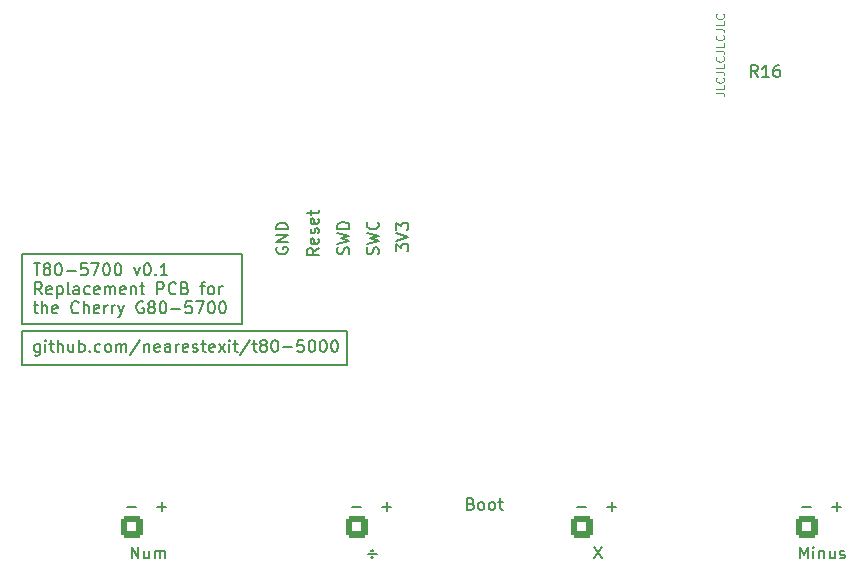
<source format=gbr>
%TF.GenerationSoftware,KiCad,Pcbnew,8.0.2*%
%TF.CreationDate,2024-11-08T17:23:40-08:00*%
%TF.ProjectId,gh80-5700,67683830-2d35-4373-9030-2e6b69636164,rev?*%
%TF.SameCoordinates,Original*%
%TF.FileFunction,Legend,Top*%
%TF.FilePolarity,Positive*%
%FSLAX46Y46*%
G04 Gerber Fmt 4.6, Leading zero omitted, Abs format (unit mm)*
G04 Created by KiCad (PCBNEW 8.0.2) date 2024-11-08 17:23:40*
%MOMM*%
%LPD*%
G01*
G04 APERTURE LIST*
G04 Aperture macros list*
%AMRoundRect*
0 Rectangle with rounded corners*
0 $1 Rounding radius*
0 $2 $3 $4 $5 $6 $7 $8 $9 X,Y pos of 4 corners*
0 Add a 4 corners polygon primitive as box body*
4,1,4,$2,$3,$4,$5,$6,$7,$8,$9,$2,$3,0*
0 Add four circle primitives for the rounded corners*
1,1,$1+$1,$2,$3*
1,1,$1+$1,$4,$5*
1,1,$1+$1,$6,$7*
1,1,$1+$1,$8,$9*
0 Add four rect primitives between the rounded corners*
20,1,$1+$1,$2,$3,$4,$5,0*
20,1,$1+$1,$4,$5,$6,$7,0*
20,1,$1+$1,$6,$7,$8,$9,0*
20,1,$1+$1,$8,$9,$2,$3,0*%
G04 Aperture macros list end*
%ADD10C,0.150000*%
%ADD11C,0.200000*%
%ADD12C,0.100000*%
%ADD13C,1.750000*%
%ADD14C,3.987800*%
%ADD15R,1.700000X1.700000*%
%ADD16O,1.700000X1.700000*%
%ADD17RoundRect,0.285750X0.666750X0.666750X-0.666750X0.666750X-0.666750X-0.666750X0.666750X-0.666750X0*%
%ADD18C,1.905000*%
%ADD19C,1.600000*%
%ADD20O,1.600000X1.600000*%
%ADD21C,4.000000*%
%ADD22C,0.650000*%
%ADD23O,1.600000X1.000000*%
%ADD24O,2.100000X1.000000*%
G04 APERTURE END LIST*
D10*
X50465350Y-49123152D02*
X50465350Y-49932676D01*
X50465350Y-49932676D02*
X50417731Y-50027914D01*
X50417731Y-50027914D02*
X50370112Y-50075533D01*
X50370112Y-50075533D02*
X50274874Y-50123152D01*
X50274874Y-50123152D02*
X50132017Y-50123152D01*
X50132017Y-50123152D02*
X50036779Y-50075533D01*
X50465350Y-49742200D02*
X50370112Y-49789819D01*
X50370112Y-49789819D02*
X50179636Y-49789819D01*
X50179636Y-49789819D02*
X50084398Y-49742200D01*
X50084398Y-49742200D02*
X50036779Y-49694580D01*
X50036779Y-49694580D02*
X49989160Y-49599342D01*
X49989160Y-49599342D02*
X49989160Y-49313628D01*
X49989160Y-49313628D02*
X50036779Y-49218390D01*
X50036779Y-49218390D02*
X50084398Y-49170771D01*
X50084398Y-49170771D02*
X50179636Y-49123152D01*
X50179636Y-49123152D02*
X50370112Y-49123152D01*
X50370112Y-49123152D02*
X50465350Y-49170771D01*
X50941541Y-49789819D02*
X50941541Y-49123152D01*
X50941541Y-48789819D02*
X50893922Y-48837438D01*
X50893922Y-48837438D02*
X50941541Y-48885057D01*
X50941541Y-48885057D02*
X50989160Y-48837438D01*
X50989160Y-48837438D02*
X50941541Y-48789819D01*
X50941541Y-48789819D02*
X50941541Y-48885057D01*
X51274874Y-49123152D02*
X51655826Y-49123152D01*
X51417731Y-48789819D02*
X51417731Y-49646961D01*
X51417731Y-49646961D02*
X51465350Y-49742200D01*
X51465350Y-49742200D02*
X51560588Y-49789819D01*
X51560588Y-49789819D02*
X51655826Y-49789819D01*
X51989160Y-49789819D02*
X51989160Y-48789819D01*
X52417731Y-49789819D02*
X52417731Y-49266009D01*
X52417731Y-49266009D02*
X52370112Y-49170771D01*
X52370112Y-49170771D02*
X52274874Y-49123152D01*
X52274874Y-49123152D02*
X52132017Y-49123152D01*
X52132017Y-49123152D02*
X52036779Y-49170771D01*
X52036779Y-49170771D02*
X51989160Y-49218390D01*
X53322493Y-49123152D02*
X53322493Y-49789819D01*
X52893922Y-49123152D02*
X52893922Y-49646961D01*
X52893922Y-49646961D02*
X52941541Y-49742200D01*
X52941541Y-49742200D02*
X53036779Y-49789819D01*
X53036779Y-49789819D02*
X53179636Y-49789819D01*
X53179636Y-49789819D02*
X53274874Y-49742200D01*
X53274874Y-49742200D02*
X53322493Y-49694580D01*
X53798684Y-49789819D02*
X53798684Y-48789819D01*
X53798684Y-49170771D02*
X53893922Y-49123152D01*
X53893922Y-49123152D02*
X54084398Y-49123152D01*
X54084398Y-49123152D02*
X54179636Y-49170771D01*
X54179636Y-49170771D02*
X54227255Y-49218390D01*
X54227255Y-49218390D02*
X54274874Y-49313628D01*
X54274874Y-49313628D02*
X54274874Y-49599342D01*
X54274874Y-49599342D02*
X54227255Y-49694580D01*
X54227255Y-49694580D02*
X54179636Y-49742200D01*
X54179636Y-49742200D02*
X54084398Y-49789819D01*
X54084398Y-49789819D02*
X53893922Y-49789819D01*
X53893922Y-49789819D02*
X53798684Y-49742200D01*
X54703446Y-49694580D02*
X54751065Y-49742200D01*
X54751065Y-49742200D02*
X54703446Y-49789819D01*
X54703446Y-49789819D02*
X54655827Y-49742200D01*
X54655827Y-49742200D02*
X54703446Y-49694580D01*
X54703446Y-49694580D02*
X54703446Y-49789819D01*
X55608207Y-49742200D02*
X55512969Y-49789819D01*
X55512969Y-49789819D02*
X55322493Y-49789819D01*
X55322493Y-49789819D02*
X55227255Y-49742200D01*
X55227255Y-49742200D02*
X55179636Y-49694580D01*
X55179636Y-49694580D02*
X55132017Y-49599342D01*
X55132017Y-49599342D02*
X55132017Y-49313628D01*
X55132017Y-49313628D02*
X55179636Y-49218390D01*
X55179636Y-49218390D02*
X55227255Y-49170771D01*
X55227255Y-49170771D02*
X55322493Y-49123152D01*
X55322493Y-49123152D02*
X55512969Y-49123152D01*
X55512969Y-49123152D02*
X55608207Y-49170771D01*
X56179636Y-49789819D02*
X56084398Y-49742200D01*
X56084398Y-49742200D02*
X56036779Y-49694580D01*
X56036779Y-49694580D02*
X55989160Y-49599342D01*
X55989160Y-49599342D02*
X55989160Y-49313628D01*
X55989160Y-49313628D02*
X56036779Y-49218390D01*
X56036779Y-49218390D02*
X56084398Y-49170771D01*
X56084398Y-49170771D02*
X56179636Y-49123152D01*
X56179636Y-49123152D02*
X56322493Y-49123152D01*
X56322493Y-49123152D02*
X56417731Y-49170771D01*
X56417731Y-49170771D02*
X56465350Y-49218390D01*
X56465350Y-49218390D02*
X56512969Y-49313628D01*
X56512969Y-49313628D02*
X56512969Y-49599342D01*
X56512969Y-49599342D02*
X56465350Y-49694580D01*
X56465350Y-49694580D02*
X56417731Y-49742200D01*
X56417731Y-49742200D02*
X56322493Y-49789819D01*
X56322493Y-49789819D02*
X56179636Y-49789819D01*
X56941541Y-49789819D02*
X56941541Y-49123152D01*
X56941541Y-49218390D02*
X56989160Y-49170771D01*
X56989160Y-49170771D02*
X57084398Y-49123152D01*
X57084398Y-49123152D02*
X57227255Y-49123152D01*
X57227255Y-49123152D02*
X57322493Y-49170771D01*
X57322493Y-49170771D02*
X57370112Y-49266009D01*
X57370112Y-49266009D02*
X57370112Y-49789819D01*
X57370112Y-49266009D02*
X57417731Y-49170771D01*
X57417731Y-49170771D02*
X57512969Y-49123152D01*
X57512969Y-49123152D02*
X57655826Y-49123152D01*
X57655826Y-49123152D02*
X57751065Y-49170771D01*
X57751065Y-49170771D02*
X57798684Y-49266009D01*
X57798684Y-49266009D02*
X57798684Y-49789819D01*
X58989159Y-48742200D02*
X58132017Y-50027914D01*
X59322493Y-49123152D02*
X59322493Y-49789819D01*
X59322493Y-49218390D02*
X59370112Y-49170771D01*
X59370112Y-49170771D02*
X59465350Y-49123152D01*
X59465350Y-49123152D02*
X59608207Y-49123152D01*
X59608207Y-49123152D02*
X59703445Y-49170771D01*
X59703445Y-49170771D02*
X59751064Y-49266009D01*
X59751064Y-49266009D02*
X59751064Y-49789819D01*
X60608207Y-49742200D02*
X60512969Y-49789819D01*
X60512969Y-49789819D02*
X60322493Y-49789819D01*
X60322493Y-49789819D02*
X60227255Y-49742200D01*
X60227255Y-49742200D02*
X60179636Y-49646961D01*
X60179636Y-49646961D02*
X60179636Y-49266009D01*
X60179636Y-49266009D02*
X60227255Y-49170771D01*
X60227255Y-49170771D02*
X60322493Y-49123152D01*
X60322493Y-49123152D02*
X60512969Y-49123152D01*
X60512969Y-49123152D02*
X60608207Y-49170771D01*
X60608207Y-49170771D02*
X60655826Y-49266009D01*
X60655826Y-49266009D02*
X60655826Y-49361247D01*
X60655826Y-49361247D02*
X60179636Y-49456485D01*
X61512969Y-49789819D02*
X61512969Y-49266009D01*
X61512969Y-49266009D02*
X61465350Y-49170771D01*
X61465350Y-49170771D02*
X61370112Y-49123152D01*
X61370112Y-49123152D02*
X61179636Y-49123152D01*
X61179636Y-49123152D02*
X61084398Y-49170771D01*
X61512969Y-49742200D02*
X61417731Y-49789819D01*
X61417731Y-49789819D02*
X61179636Y-49789819D01*
X61179636Y-49789819D02*
X61084398Y-49742200D01*
X61084398Y-49742200D02*
X61036779Y-49646961D01*
X61036779Y-49646961D02*
X61036779Y-49551723D01*
X61036779Y-49551723D02*
X61084398Y-49456485D01*
X61084398Y-49456485D02*
X61179636Y-49408866D01*
X61179636Y-49408866D02*
X61417731Y-49408866D01*
X61417731Y-49408866D02*
X61512969Y-49361247D01*
X61989160Y-49789819D02*
X61989160Y-49123152D01*
X61989160Y-49313628D02*
X62036779Y-49218390D01*
X62036779Y-49218390D02*
X62084398Y-49170771D01*
X62084398Y-49170771D02*
X62179636Y-49123152D01*
X62179636Y-49123152D02*
X62274874Y-49123152D01*
X62989160Y-49742200D02*
X62893922Y-49789819D01*
X62893922Y-49789819D02*
X62703446Y-49789819D01*
X62703446Y-49789819D02*
X62608208Y-49742200D01*
X62608208Y-49742200D02*
X62560589Y-49646961D01*
X62560589Y-49646961D02*
X62560589Y-49266009D01*
X62560589Y-49266009D02*
X62608208Y-49170771D01*
X62608208Y-49170771D02*
X62703446Y-49123152D01*
X62703446Y-49123152D02*
X62893922Y-49123152D01*
X62893922Y-49123152D02*
X62989160Y-49170771D01*
X62989160Y-49170771D02*
X63036779Y-49266009D01*
X63036779Y-49266009D02*
X63036779Y-49361247D01*
X63036779Y-49361247D02*
X62560589Y-49456485D01*
X63417732Y-49742200D02*
X63512970Y-49789819D01*
X63512970Y-49789819D02*
X63703446Y-49789819D01*
X63703446Y-49789819D02*
X63798684Y-49742200D01*
X63798684Y-49742200D02*
X63846303Y-49646961D01*
X63846303Y-49646961D02*
X63846303Y-49599342D01*
X63846303Y-49599342D02*
X63798684Y-49504104D01*
X63798684Y-49504104D02*
X63703446Y-49456485D01*
X63703446Y-49456485D02*
X63560589Y-49456485D01*
X63560589Y-49456485D02*
X63465351Y-49408866D01*
X63465351Y-49408866D02*
X63417732Y-49313628D01*
X63417732Y-49313628D02*
X63417732Y-49266009D01*
X63417732Y-49266009D02*
X63465351Y-49170771D01*
X63465351Y-49170771D02*
X63560589Y-49123152D01*
X63560589Y-49123152D02*
X63703446Y-49123152D01*
X63703446Y-49123152D02*
X63798684Y-49170771D01*
X64132018Y-49123152D02*
X64512970Y-49123152D01*
X64274875Y-48789819D02*
X64274875Y-49646961D01*
X64274875Y-49646961D02*
X64322494Y-49742200D01*
X64322494Y-49742200D02*
X64417732Y-49789819D01*
X64417732Y-49789819D02*
X64512970Y-49789819D01*
X65227256Y-49742200D02*
X65132018Y-49789819D01*
X65132018Y-49789819D02*
X64941542Y-49789819D01*
X64941542Y-49789819D02*
X64846304Y-49742200D01*
X64846304Y-49742200D02*
X64798685Y-49646961D01*
X64798685Y-49646961D02*
X64798685Y-49266009D01*
X64798685Y-49266009D02*
X64846304Y-49170771D01*
X64846304Y-49170771D02*
X64941542Y-49123152D01*
X64941542Y-49123152D02*
X65132018Y-49123152D01*
X65132018Y-49123152D02*
X65227256Y-49170771D01*
X65227256Y-49170771D02*
X65274875Y-49266009D01*
X65274875Y-49266009D02*
X65274875Y-49361247D01*
X65274875Y-49361247D02*
X64798685Y-49456485D01*
X65608209Y-49789819D02*
X66132018Y-49123152D01*
X65608209Y-49123152D02*
X66132018Y-49789819D01*
X66512971Y-49789819D02*
X66512971Y-49123152D01*
X66512971Y-48789819D02*
X66465352Y-48837438D01*
X66465352Y-48837438D02*
X66512971Y-48885057D01*
X66512971Y-48885057D02*
X66560590Y-48837438D01*
X66560590Y-48837438D02*
X66512971Y-48789819D01*
X66512971Y-48789819D02*
X66512971Y-48885057D01*
X66846304Y-49123152D02*
X67227256Y-49123152D01*
X66989161Y-48789819D02*
X66989161Y-49646961D01*
X66989161Y-49646961D02*
X67036780Y-49742200D01*
X67036780Y-49742200D02*
X67132018Y-49789819D01*
X67132018Y-49789819D02*
X67227256Y-49789819D01*
X68274875Y-48742200D02*
X67417733Y-50027914D01*
X68465352Y-49123152D02*
X68846304Y-49123152D01*
X68608209Y-48789819D02*
X68608209Y-49646961D01*
X68608209Y-49646961D02*
X68655828Y-49742200D01*
X68655828Y-49742200D02*
X68751066Y-49789819D01*
X68751066Y-49789819D02*
X68846304Y-49789819D01*
X69322495Y-49218390D02*
X69227257Y-49170771D01*
X69227257Y-49170771D02*
X69179638Y-49123152D01*
X69179638Y-49123152D02*
X69132019Y-49027914D01*
X69132019Y-49027914D02*
X69132019Y-48980295D01*
X69132019Y-48980295D02*
X69179638Y-48885057D01*
X69179638Y-48885057D02*
X69227257Y-48837438D01*
X69227257Y-48837438D02*
X69322495Y-48789819D01*
X69322495Y-48789819D02*
X69512971Y-48789819D01*
X69512971Y-48789819D02*
X69608209Y-48837438D01*
X69608209Y-48837438D02*
X69655828Y-48885057D01*
X69655828Y-48885057D02*
X69703447Y-48980295D01*
X69703447Y-48980295D02*
X69703447Y-49027914D01*
X69703447Y-49027914D02*
X69655828Y-49123152D01*
X69655828Y-49123152D02*
X69608209Y-49170771D01*
X69608209Y-49170771D02*
X69512971Y-49218390D01*
X69512971Y-49218390D02*
X69322495Y-49218390D01*
X69322495Y-49218390D02*
X69227257Y-49266009D01*
X69227257Y-49266009D02*
X69179638Y-49313628D01*
X69179638Y-49313628D02*
X69132019Y-49408866D01*
X69132019Y-49408866D02*
X69132019Y-49599342D01*
X69132019Y-49599342D02*
X69179638Y-49694580D01*
X69179638Y-49694580D02*
X69227257Y-49742200D01*
X69227257Y-49742200D02*
X69322495Y-49789819D01*
X69322495Y-49789819D02*
X69512971Y-49789819D01*
X69512971Y-49789819D02*
X69608209Y-49742200D01*
X69608209Y-49742200D02*
X69655828Y-49694580D01*
X69655828Y-49694580D02*
X69703447Y-49599342D01*
X69703447Y-49599342D02*
X69703447Y-49408866D01*
X69703447Y-49408866D02*
X69655828Y-49313628D01*
X69655828Y-49313628D02*
X69608209Y-49266009D01*
X69608209Y-49266009D02*
X69512971Y-49218390D01*
X70322495Y-48789819D02*
X70417733Y-48789819D01*
X70417733Y-48789819D02*
X70512971Y-48837438D01*
X70512971Y-48837438D02*
X70560590Y-48885057D01*
X70560590Y-48885057D02*
X70608209Y-48980295D01*
X70608209Y-48980295D02*
X70655828Y-49170771D01*
X70655828Y-49170771D02*
X70655828Y-49408866D01*
X70655828Y-49408866D02*
X70608209Y-49599342D01*
X70608209Y-49599342D02*
X70560590Y-49694580D01*
X70560590Y-49694580D02*
X70512971Y-49742200D01*
X70512971Y-49742200D02*
X70417733Y-49789819D01*
X70417733Y-49789819D02*
X70322495Y-49789819D01*
X70322495Y-49789819D02*
X70227257Y-49742200D01*
X70227257Y-49742200D02*
X70179638Y-49694580D01*
X70179638Y-49694580D02*
X70132019Y-49599342D01*
X70132019Y-49599342D02*
X70084400Y-49408866D01*
X70084400Y-49408866D02*
X70084400Y-49170771D01*
X70084400Y-49170771D02*
X70132019Y-48980295D01*
X70132019Y-48980295D02*
X70179638Y-48885057D01*
X70179638Y-48885057D02*
X70227257Y-48837438D01*
X70227257Y-48837438D02*
X70322495Y-48789819D01*
X71084400Y-49408866D02*
X71846305Y-49408866D01*
X72798685Y-48789819D02*
X72322495Y-48789819D01*
X72322495Y-48789819D02*
X72274876Y-49266009D01*
X72274876Y-49266009D02*
X72322495Y-49218390D01*
X72322495Y-49218390D02*
X72417733Y-49170771D01*
X72417733Y-49170771D02*
X72655828Y-49170771D01*
X72655828Y-49170771D02*
X72751066Y-49218390D01*
X72751066Y-49218390D02*
X72798685Y-49266009D01*
X72798685Y-49266009D02*
X72846304Y-49361247D01*
X72846304Y-49361247D02*
X72846304Y-49599342D01*
X72846304Y-49599342D02*
X72798685Y-49694580D01*
X72798685Y-49694580D02*
X72751066Y-49742200D01*
X72751066Y-49742200D02*
X72655828Y-49789819D01*
X72655828Y-49789819D02*
X72417733Y-49789819D01*
X72417733Y-49789819D02*
X72322495Y-49742200D01*
X72322495Y-49742200D02*
X72274876Y-49694580D01*
X73465352Y-48789819D02*
X73560590Y-48789819D01*
X73560590Y-48789819D02*
X73655828Y-48837438D01*
X73655828Y-48837438D02*
X73703447Y-48885057D01*
X73703447Y-48885057D02*
X73751066Y-48980295D01*
X73751066Y-48980295D02*
X73798685Y-49170771D01*
X73798685Y-49170771D02*
X73798685Y-49408866D01*
X73798685Y-49408866D02*
X73751066Y-49599342D01*
X73751066Y-49599342D02*
X73703447Y-49694580D01*
X73703447Y-49694580D02*
X73655828Y-49742200D01*
X73655828Y-49742200D02*
X73560590Y-49789819D01*
X73560590Y-49789819D02*
X73465352Y-49789819D01*
X73465352Y-49789819D02*
X73370114Y-49742200D01*
X73370114Y-49742200D02*
X73322495Y-49694580D01*
X73322495Y-49694580D02*
X73274876Y-49599342D01*
X73274876Y-49599342D02*
X73227257Y-49408866D01*
X73227257Y-49408866D02*
X73227257Y-49170771D01*
X73227257Y-49170771D02*
X73274876Y-48980295D01*
X73274876Y-48980295D02*
X73322495Y-48885057D01*
X73322495Y-48885057D02*
X73370114Y-48837438D01*
X73370114Y-48837438D02*
X73465352Y-48789819D01*
X74417733Y-48789819D02*
X74512971Y-48789819D01*
X74512971Y-48789819D02*
X74608209Y-48837438D01*
X74608209Y-48837438D02*
X74655828Y-48885057D01*
X74655828Y-48885057D02*
X74703447Y-48980295D01*
X74703447Y-48980295D02*
X74751066Y-49170771D01*
X74751066Y-49170771D02*
X74751066Y-49408866D01*
X74751066Y-49408866D02*
X74703447Y-49599342D01*
X74703447Y-49599342D02*
X74655828Y-49694580D01*
X74655828Y-49694580D02*
X74608209Y-49742200D01*
X74608209Y-49742200D02*
X74512971Y-49789819D01*
X74512971Y-49789819D02*
X74417733Y-49789819D01*
X74417733Y-49789819D02*
X74322495Y-49742200D01*
X74322495Y-49742200D02*
X74274876Y-49694580D01*
X74274876Y-49694580D02*
X74227257Y-49599342D01*
X74227257Y-49599342D02*
X74179638Y-49408866D01*
X74179638Y-49408866D02*
X74179638Y-49170771D01*
X74179638Y-49170771D02*
X74227257Y-48980295D01*
X74227257Y-48980295D02*
X74274876Y-48885057D01*
X74274876Y-48885057D02*
X74322495Y-48837438D01*
X74322495Y-48837438D02*
X74417733Y-48789819D01*
X75370114Y-48789819D02*
X75465352Y-48789819D01*
X75465352Y-48789819D02*
X75560590Y-48837438D01*
X75560590Y-48837438D02*
X75608209Y-48885057D01*
X75608209Y-48885057D02*
X75655828Y-48980295D01*
X75655828Y-48980295D02*
X75703447Y-49170771D01*
X75703447Y-49170771D02*
X75703447Y-49408866D01*
X75703447Y-49408866D02*
X75655828Y-49599342D01*
X75655828Y-49599342D02*
X75608209Y-49694580D01*
X75608209Y-49694580D02*
X75560590Y-49742200D01*
X75560590Y-49742200D02*
X75465352Y-49789819D01*
X75465352Y-49789819D02*
X75370114Y-49789819D01*
X75370114Y-49789819D02*
X75274876Y-49742200D01*
X75274876Y-49742200D02*
X75227257Y-49694580D01*
X75227257Y-49694580D02*
X75179638Y-49599342D01*
X75179638Y-49599342D02*
X75132019Y-49408866D01*
X75132019Y-49408866D02*
X75132019Y-49170771D01*
X75132019Y-49170771D02*
X75179638Y-48980295D01*
X75179638Y-48980295D02*
X75227257Y-48885057D01*
X75227257Y-48885057D02*
X75274876Y-48837438D01*
X75274876Y-48837438D02*
X75370114Y-48789819D01*
D11*
X48950000Y-48000000D02*
X76450000Y-48000000D01*
X76450000Y-50900000D01*
X48950000Y-50900000D01*
X48950000Y-48000000D01*
D10*
X49943922Y-42289819D02*
X50515350Y-42289819D01*
X50229636Y-43289819D02*
X50229636Y-42289819D01*
X50991541Y-42718390D02*
X50896303Y-42670771D01*
X50896303Y-42670771D02*
X50848684Y-42623152D01*
X50848684Y-42623152D02*
X50801065Y-42527914D01*
X50801065Y-42527914D02*
X50801065Y-42480295D01*
X50801065Y-42480295D02*
X50848684Y-42385057D01*
X50848684Y-42385057D02*
X50896303Y-42337438D01*
X50896303Y-42337438D02*
X50991541Y-42289819D01*
X50991541Y-42289819D02*
X51182017Y-42289819D01*
X51182017Y-42289819D02*
X51277255Y-42337438D01*
X51277255Y-42337438D02*
X51324874Y-42385057D01*
X51324874Y-42385057D02*
X51372493Y-42480295D01*
X51372493Y-42480295D02*
X51372493Y-42527914D01*
X51372493Y-42527914D02*
X51324874Y-42623152D01*
X51324874Y-42623152D02*
X51277255Y-42670771D01*
X51277255Y-42670771D02*
X51182017Y-42718390D01*
X51182017Y-42718390D02*
X50991541Y-42718390D01*
X50991541Y-42718390D02*
X50896303Y-42766009D01*
X50896303Y-42766009D02*
X50848684Y-42813628D01*
X50848684Y-42813628D02*
X50801065Y-42908866D01*
X50801065Y-42908866D02*
X50801065Y-43099342D01*
X50801065Y-43099342D02*
X50848684Y-43194580D01*
X50848684Y-43194580D02*
X50896303Y-43242200D01*
X50896303Y-43242200D02*
X50991541Y-43289819D01*
X50991541Y-43289819D02*
X51182017Y-43289819D01*
X51182017Y-43289819D02*
X51277255Y-43242200D01*
X51277255Y-43242200D02*
X51324874Y-43194580D01*
X51324874Y-43194580D02*
X51372493Y-43099342D01*
X51372493Y-43099342D02*
X51372493Y-42908866D01*
X51372493Y-42908866D02*
X51324874Y-42813628D01*
X51324874Y-42813628D02*
X51277255Y-42766009D01*
X51277255Y-42766009D02*
X51182017Y-42718390D01*
X51991541Y-42289819D02*
X52086779Y-42289819D01*
X52086779Y-42289819D02*
X52182017Y-42337438D01*
X52182017Y-42337438D02*
X52229636Y-42385057D01*
X52229636Y-42385057D02*
X52277255Y-42480295D01*
X52277255Y-42480295D02*
X52324874Y-42670771D01*
X52324874Y-42670771D02*
X52324874Y-42908866D01*
X52324874Y-42908866D02*
X52277255Y-43099342D01*
X52277255Y-43099342D02*
X52229636Y-43194580D01*
X52229636Y-43194580D02*
X52182017Y-43242200D01*
X52182017Y-43242200D02*
X52086779Y-43289819D01*
X52086779Y-43289819D02*
X51991541Y-43289819D01*
X51991541Y-43289819D02*
X51896303Y-43242200D01*
X51896303Y-43242200D02*
X51848684Y-43194580D01*
X51848684Y-43194580D02*
X51801065Y-43099342D01*
X51801065Y-43099342D02*
X51753446Y-42908866D01*
X51753446Y-42908866D02*
X51753446Y-42670771D01*
X51753446Y-42670771D02*
X51801065Y-42480295D01*
X51801065Y-42480295D02*
X51848684Y-42385057D01*
X51848684Y-42385057D02*
X51896303Y-42337438D01*
X51896303Y-42337438D02*
X51991541Y-42289819D01*
X52753446Y-42908866D02*
X53515351Y-42908866D01*
X54467731Y-42289819D02*
X53991541Y-42289819D01*
X53991541Y-42289819D02*
X53943922Y-42766009D01*
X53943922Y-42766009D02*
X53991541Y-42718390D01*
X53991541Y-42718390D02*
X54086779Y-42670771D01*
X54086779Y-42670771D02*
X54324874Y-42670771D01*
X54324874Y-42670771D02*
X54420112Y-42718390D01*
X54420112Y-42718390D02*
X54467731Y-42766009D01*
X54467731Y-42766009D02*
X54515350Y-42861247D01*
X54515350Y-42861247D02*
X54515350Y-43099342D01*
X54515350Y-43099342D02*
X54467731Y-43194580D01*
X54467731Y-43194580D02*
X54420112Y-43242200D01*
X54420112Y-43242200D02*
X54324874Y-43289819D01*
X54324874Y-43289819D02*
X54086779Y-43289819D01*
X54086779Y-43289819D02*
X53991541Y-43242200D01*
X53991541Y-43242200D02*
X53943922Y-43194580D01*
X54848684Y-42289819D02*
X55515350Y-42289819D01*
X55515350Y-42289819D02*
X55086779Y-43289819D01*
X56086779Y-42289819D02*
X56182017Y-42289819D01*
X56182017Y-42289819D02*
X56277255Y-42337438D01*
X56277255Y-42337438D02*
X56324874Y-42385057D01*
X56324874Y-42385057D02*
X56372493Y-42480295D01*
X56372493Y-42480295D02*
X56420112Y-42670771D01*
X56420112Y-42670771D02*
X56420112Y-42908866D01*
X56420112Y-42908866D02*
X56372493Y-43099342D01*
X56372493Y-43099342D02*
X56324874Y-43194580D01*
X56324874Y-43194580D02*
X56277255Y-43242200D01*
X56277255Y-43242200D02*
X56182017Y-43289819D01*
X56182017Y-43289819D02*
X56086779Y-43289819D01*
X56086779Y-43289819D02*
X55991541Y-43242200D01*
X55991541Y-43242200D02*
X55943922Y-43194580D01*
X55943922Y-43194580D02*
X55896303Y-43099342D01*
X55896303Y-43099342D02*
X55848684Y-42908866D01*
X55848684Y-42908866D02*
X55848684Y-42670771D01*
X55848684Y-42670771D02*
X55896303Y-42480295D01*
X55896303Y-42480295D02*
X55943922Y-42385057D01*
X55943922Y-42385057D02*
X55991541Y-42337438D01*
X55991541Y-42337438D02*
X56086779Y-42289819D01*
X57039160Y-42289819D02*
X57134398Y-42289819D01*
X57134398Y-42289819D02*
X57229636Y-42337438D01*
X57229636Y-42337438D02*
X57277255Y-42385057D01*
X57277255Y-42385057D02*
X57324874Y-42480295D01*
X57324874Y-42480295D02*
X57372493Y-42670771D01*
X57372493Y-42670771D02*
X57372493Y-42908866D01*
X57372493Y-42908866D02*
X57324874Y-43099342D01*
X57324874Y-43099342D02*
X57277255Y-43194580D01*
X57277255Y-43194580D02*
X57229636Y-43242200D01*
X57229636Y-43242200D02*
X57134398Y-43289819D01*
X57134398Y-43289819D02*
X57039160Y-43289819D01*
X57039160Y-43289819D02*
X56943922Y-43242200D01*
X56943922Y-43242200D02*
X56896303Y-43194580D01*
X56896303Y-43194580D02*
X56848684Y-43099342D01*
X56848684Y-43099342D02*
X56801065Y-42908866D01*
X56801065Y-42908866D02*
X56801065Y-42670771D01*
X56801065Y-42670771D02*
X56848684Y-42480295D01*
X56848684Y-42480295D02*
X56896303Y-42385057D01*
X56896303Y-42385057D02*
X56943922Y-42337438D01*
X56943922Y-42337438D02*
X57039160Y-42289819D01*
X58467732Y-42623152D02*
X58705827Y-43289819D01*
X58705827Y-43289819D02*
X58943922Y-42623152D01*
X59515351Y-42289819D02*
X59610589Y-42289819D01*
X59610589Y-42289819D02*
X59705827Y-42337438D01*
X59705827Y-42337438D02*
X59753446Y-42385057D01*
X59753446Y-42385057D02*
X59801065Y-42480295D01*
X59801065Y-42480295D02*
X59848684Y-42670771D01*
X59848684Y-42670771D02*
X59848684Y-42908866D01*
X59848684Y-42908866D02*
X59801065Y-43099342D01*
X59801065Y-43099342D02*
X59753446Y-43194580D01*
X59753446Y-43194580D02*
X59705827Y-43242200D01*
X59705827Y-43242200D02*
X59610589Y-43289819D01*
X59610589Y-43289819D02*
X59515351Y-43289819D01*
X59515351Y-43289819D02*
X59420113Y-43242200D01*
X59420113Y-43242200D02*
X59372494Y-43194580D01*
X59372494Y-43194580D02*
X59324875Y-43099342D01*
X59324875Y-43099342D02*
X59277256Y-42908866D01*
X59277256Y-42908866D02*
X59277256Y-42670771D01*
X59277256Y-42670771D02*
X59324875Y-42480295D01*
X59324875Y-42480295D02*
X59372494Y-42385057D01*
X59372494Y-42385057D02*
X59420113Y-42337438D01*
X59420113Y-42337438D02*
X59515351Y-42289819D01*
X60277256Y-43194580D02*
X60324875Y-43242200D01*
X60324875Y-43242200D02*
X60277256Y-43289819D01*
X60277256Y-43289819D02*
X60229637Y-43242200D01*
X60229637Y-43242200D02*
X60277256Y-43194580D01*
X60277256Y-43194580D02*
X60277256Y-43289819D01*
X61277255Y-43289819D02*
X60705827Y-43289819D01*
X60991541Y-43289819D02*
X60991541Y-42289819D01*
X60991541Y-42289819D02*
X60896303Y-42432676D01*
X60896303Y-42432676D02*
X60801065Y-42527914D01*
X60801065Y-42527914D02*
X60705827Y-42575533D01*
X50658207Y-44899763D02*
X50324874Y-44423572D01*
X50086779Y-44899763D02*
X50086779Y-43899763D01*
X50086779Y-43899763D02*
X50467731Y-43899763D01*
X50467731Y-43899763D02*
X50562969Y-43947382D01*
X50562969Y-43947382D02*
X50610588Y-43995001D01*
X50610588Y-43995001D02*
X50658207Y-44090239D01*
X50658207Y-44090239D02*
X50658207Y-44233096D01*
X50658207Y-44233096D02*
X50610588Y-44328334D01*
X50610588Y-44328334D02*
X50562969Y-44375953D01*
X50562969Y-44375953D02*
X50467731Y-44423572D01*
X50467731Y-44423572D02*
X50086779Y-44423572D01*
X51467731Y-44852144D02*
X51372493Y-44899763D01*
X51372493Y-44899763D02*
X51182017Y-44899763D01*
X51182017Y-44899763D02*
X51086779Y-44852144D01*
X51086779Y-44852144D02*
X51039160Y-44756905D01*
X51039160Y-44756905D02*
X51039160Y-44375953D01*
X51039160Y-44375953D02*
X51086779Y-44280715D01*
X51086779Y-44280715D02*
X51182017Y-44233096D01*
X51182017Y-44233096D02*
X51372493Y-44233096D01*
X51372493Y-44233096D02*
X51467731Y-44280715D01*
X51467731Y-44280715D02*
X51515350Y-44375953D01*
X51515350Y-44375953D02*
X51515350Y-44471191D01*
X51515350Y-44471191D02*
X51039160Y-44566429D01*
X51943922Y-44233096D02*
X51943922Y-45233096D01*
X51943922Y-44280715D02*
X52039160Y-44233096D01*
X52039160Y-44233096D02*
X52229636Y-44233096D01*
X52229636Y-44233096D02*
X52324874Y-44280715D01*
X52324874Y-44280715D02*
X52372493Y-44328334D01*
X52372493Y-44328334D02*
X52420112Y-44423572D01*
X52420112Y-44423572D02*
X52420112Y-44709286D01*
X52420112Y-44709286D02*
X52372493Y-44804524D01*
X52372493Y-44804524D02*
X52324874Y-44852144D01*
X52324874Y-44852144D02*
X52229636Y-44899763D01*
X52229636Y-44899763D02*
X52039160Y-44899763D01*
X52039160Y-44899763D02*
X51943922Y-44852144D01*
X52991541Y-44899763D02*
X52896303Y-44852144D01*
X52896303Y-44852144D02*
X52848684Y-44756905D01*
X52848684Y-44756905D02*
X52848684Y-43899763D01*
X53801065Y-44899763D02*
X53801065Y-44375953D01*
X53801065Y-44375953D02*
X53753446Y-44280715D01*
X53753446Y-44280715D02*
X53658208Y-44233096D01*
X53658208Y-44233096D02*
X53467732Y-44233096D01*
X53467732Y-44233096D02*
X53372494Y-44280715D01*
X53801065Y-44852144D02*
X53705827Y-44899763D01*
X53705827Y-44899763D02*
X53467732Y-44899763D01*
X53467732Y-44899763D02*
X53372494Y-44852144D01*
X53372494Y-44852144D02*
X53324875Y-44756905D01*
X53324875Y-44756905D02*
X53324875Y-44661667D01*
X53324875Y-44661667D02*
X53372494Y-44566429D01*
X53372494Y-44566429D02*
X53467732Y-44518810D01*
X53467732Y-44518810D02*
X53705827Y-44518810D01*
X53705827Y-44518810D02*
X53801065Y-44471191D01*
X54705827Y-44852144D02*
X54610589Y-44899763D01*
X54610589Y-44899763D02*
X54420113Y-44899763D01*
X54420113Y-44899763D02*
X54324875Y-44852144D01*
X54324875Y-44852144D02*
X54277256Y-44804524D01*
X54277256Y-44804524D02*
X54229637Y-44709286D01*
X54229637Y-44709286D02*
X54229637Y-44423572D01*
X54229637Y-44423572D02*
X54277256Y-44328334D01*
X54277256Y-44328334D02*
X54324875Y-44280715D01*
X54324875Y-44280715D02*
X54420113Y-44233096D01*
X54420113Y-44233096D02*
X54610589Y-44233096D01*
X54610589Y-44233096D02*
X54705827Y-44280715D01*
X55515351Y-44852144D02*
X55420113Y-44899763D01*
X55420113Y-44899763D02*
X55229637Y-44899763D01*
X55229637Y-44899763D02*
X55134399Y-44852144D01*
X55134399Y-44852144D02*
X55086780Y-44756905D01*
X55086780Y-44756905D02*
X55086780Y-44375953D01*
X55086780Y-44375953D02*
X55134399Y-44280715D01*
X55134399Y-44280715D02*
X55229637Y-44233096D01*
X55229637Y-44233096D02*
X55420113Y-44233096D01*
X55420113Y-44233096D02*
X55515351Y-44280715D01*
X55515351Y-44280715D02*
X55562970Y-44375953D01*
X55562970Y-44375953D02*
X55562970Y-44471191D01*
X55562970Y-44471191D02*
X55086780Y-44566429D01*
X55991542Y-44899763D02*
X55991542Y-44233096D01*
X55991542Y-44328334D02*
X56039161Y-44280715D01*
X56039161Y-44280715D02*
X56134399Y-44233096D01*
X56134399Y-44233096D02*
X56277256Y-44233096D01*
X56277256Y-44233096D02*
X56372494Y-44280715D01*
X56372494Y-44280715D02*
X56420113Y-44375953D01*
X56420113Y-44375953D02*
X56420113Y-44899763D01*
X56420113Y-44375953D02*
X56467732Y-44280715D01*
X56467732Y-44280715D02*
X56562970Y-44233096D01*
X56562970Y-44233096D02*
X56705827Y-44233096D01*
X56705827Y-44233096D02*
X56801066Y-44280715D01*
X56801066Y-44280715D02*
X56848685Y-44375953D01*
X56848685Y-44375953D02*
X56848685Y-44899763D01*
X57705827Y-44852144D02*
X57610589Y-44899763D01*
X57610589Y-44899763D02*
X57420113Y-44899763D01*
X57420113Y-44899763D02*
X57324875Y-44852144D01*
X57324875Y-44852144D02*
X57277256Y-44756905D01*
X57277256Y-44756905D02*
X57277256Y-44375953D01*
X57277256Y-44375953D02*
X57324875Y-44280715D01*
X57324875Y-44280715D02*
X57420113Y-44233096D01*
X57420113Y-44233096D02*
X57610589Y-44233096D01*
X57610589Y-44233096D02*
X57705827Y-44280715D01*
X57705827Y-44280715D02*
X57753446Y-44375953D01*
X57753446Y-44375953D02*
X57753446Y-44471191D01*
X57753446Y-44471191D02*
X57277256Y-44566429D01*
X58182018Y-44233096D02*
X58182018Y-44899763D01*
X58182018Y-44328334D02*
X58229637Y-44280715D01*
X58229637Y-44280715D02*
X58324875Y-44233096D01*
X58324875Y-44233096D02*
X58467732Y-44233096D01*
X58467732Y-44233096D02*
X58562970Y-44280715D01*
X58562970Y-44280715D02*
X58610589Y-44375953D01*
X58610589Y-44375953D02*
X58610589Y-44899763D01*
X58943923Y-44233096D02*
X59324875Y-44233096D01*
X59086780Y-43899763D02*
X59086780Y-44756905D01*
X59086780Y-44756905D02*
X59134399Y-44852144D01*
X59134399Y-44852144D02*
X59229637Y-44899763D01*
X59229637Y-44899763D02*
X59324875Y-44899763D01*
X60420114Y-44899763D02*
X60420114Y-43899763D01*
X60420114Y-43899763D02*
X60801066Y-43899763D01*
X60801066Y-43899763D02*
X60896304Y-43947382D01*
X60896304Y-43947382D02*
X60943923Y-43995001D01*
X60943923Y-43995001D02*
X60991542Y-44090239D01*
X60991542Y-44090239D02*
X60991542Y-44233096D01*
X60991542Y-44233096D02*
X60943923Y-44328334D01*
X60943923Y-44328334D02*
X60896304Y-44375953D01*
X60896304Y-44375953D02*
X60801066Y-44423572D01*
X60801066Y-44423572D02*
X60420114Y-44423572D01*
X61991542Y-44804524D02*
X61943923Y-44852144D01*
X61943923Y-44852144D02*
X61801066Y-44899763D01*
X61801066Y-44899763D02*
X61705828Y-44899763D01*
X61705828Y-44899763D02*
X61562971Y-44852144D01*
X61562971Y-44852144D02*
X61467733Y-44756905D01*
X61467733Y-44756905D02*
X61420114Y-44661667D01*
X61420114Y-44661667D02*
X61372495Y-44471191D01*
X61372495Y-44471191D02*
X61372495Y-44328334D01*
X61372495Y-44328334D02*
X61420114Y-44137858D01*
X61420114Y-44137858D02*
X61467733Y-44042620D01*
X61467733Y-44042620D02*
X61562971Y-43947382D01*
X61562971Y-43947382D02*
X61705828Y-43899763D01*
X61705828Y-43899763D02*
X61801066Y-43899763D01*
X61801066Y-43899763D02*
X61943923Y-43947382D01*
X61943923Y-43947382D02*
X61991542Y-43995001D01*
X62753447Y-44375953D02*
X62896304Y-44423572D01*
X62896304Y-44423572D02*
X62943923Y-44471191D01*
X62943923Y-44471191D02*
X62991542Y-44566429D01*
X62991542Y-44566429D02*
X62991542Y-44709286D01*
X62991542Y-44709286D02*
X62943923Y-44804524D01*
X62943923Y-44804524D02*
X62896304Y-44852144D01*
X62896304Y-44852144D02*
X62801066Y-44899763D01*
X62801066Y-44899763D02*
X62420114Y-44899763D01*
X62420114Y-44899763D02*
X62420114Y-43899763D01*
X62420114Y-43899763D02*
X62753447Y-43899763D01*
X62753447Y-43899763D02*
X62848685Y-43947382D01*
X62848685Y-43947382D02*
X62896304Y-43995001D01*
X62896304Y-43995001D02*
X62943923Y-44090239D01*
X62943923Y-44090239D02*
X62943923Y-44185477D01*
X62943923Y-44185477D02*
X62896304Y-44280715D01*
X62896304Y-44280715D02*
X62848685Y-44328334D01*
X62848685Y-44328334D02*
X62753447Y-44375953D01*
X62753447Y-44375953D02*
X62420114Y-44375953D01*
X64039162Y-44233096D02*
X64420114Y-44233096D01*
X64182019Y-44899763D02*
X64182019Y-44042620D01*
X64182019Y-44042620D02*
X64229638Y-43947382D01*
X64229638Y-43947382D02*
X64324876Y-43899763D01*
X64324876Y-43899763D02*
X64420114Y-43899763D01*
X64896305Y-44899763D02*
X64801067Y-44852144D01*
X64801067Y-44852144D02*
X64753448Y-44804524D01*
X64753448Y-44804524D02*
X64705829Y-44709286D01*
X64705829Y-44709286D02*
X64705829Y-44423572D01*
X64705829Y-44423572D02*
X64753448Y-44328334D01*
X64753448Y-44328334D02*
X64801067Y-44280715D01*
X64801067Y-44280715D02*
X64896305Y-44233096D01*
X64896305Y-44233096D02*
X65039162Y-44233096D01*
X65039162Y-44233096D02*
X65134400Y-44280715D01*
X65134400Y-44280715D02*
X65182019Y-44328334D01*
X65182019Y-44328334D02*
X65229638Y-44423572D01*
X65229638Y-44423572D02*
X65229638Y-44709286D01*
X65229638Y-44709286D02*
X65182019Y-44804524D01*
X65182019Y-44804524D02*
X65134400Y-44852144D01*
X65134400Y-44852144D02*
X65039162Y-44899763D01*
X65039162Y-44899763D02*
X64896305Y-44899763D01*
X65658210Y-44899763D02*
X65658210Y-44233096D01*
X65658210Y-44423572D02*
X65705829Y-44328334D01*
X65705829Y-44328334D02*
X65753448Y-44280715D01*
X65753448Y-44280715D02*
X65848686Y-44233096D01*
X65848686Y-44233096D02*
X65943924Y-44233096D01*
X49943922Y-45843040D02*
X50324874Y-45843040D01*
X50086779Y-45509707D02*
X50086779Y-46366849D01*
X50086779Y-46366849D02*
X50134398Y-46462088D01*
X50134398Y-46462088D02*
X50229636Y-46509707D01*
X50229636Y-46509707D02*
X50324874Y-46509707D01*
X50658208Y-46509707D02*
X50658208Y-45509707D01*
X51086779Y-46509707D02*
X51086779Y-45985897D01*
X51086779Y-45985897D02*
X51039160Y-45890659D01*
X51039160Y-45890659D02*
X50943922Y-45843040D01*
X50943922Y-45843040D02*
X50801065Y-45843040D01*
X50801065Y-45843040D02*
X50705827Y-45890659D01*
X50705827Y-45890659D02*
X50658208Y-45938278D01*
X51943922Y-46462088D02*
X51848684Y-46509707D01*
X51848684Y-46509707D02*
X51658208Y-46509707D01*
X51658208Y-46509707D02*
X51562970Y-46462088D01*
X51562970Y-46462088D02*
X51515351Y-46366849D01*
X51515351Y-46366849D02*
X51515351Y-45985897D01*
X51515351Y-45985897D02*
X51562970Y-45890659D01*
X51562970Y-45890659D02*
X51658208Y-45843040D01*
X51658208Y-45843040D02*
X51848684Y-45843040D01*
X51848684Y-45843040D02*
X51943922Y-45890659D01*
X51943922Y-45890659D02*
X51991541Y-45985897D01*
X51991541Y-45985897D02*
X51991541Y-46081135D01*
X51991541Y-46081135D02*
X51515351Y-46176373D01*
X53753446Y-46414468D02*
X53705827Y-46462088D01*
X53705827Y-46462088D02*
X53562970Y-46509707D01*
X53562970Y-46509707D02*
X53467732Y-46509707D01*
X53467732Y-46509707D02*
X53324875Y-46462088D01*
X53324875Y-46462088D02*
X53229637Y-46366849D01*
X53229637Y-46366849D02*
X53182018Y-46271611D01*
X53182018Y-46271611D02*
X53134399Y-46081135D01*
X53134399Y-46081135D02*
X53134399Y-45938278D01*
X53134399Y-45938278D02*
X53182018Y-45747802D01*
X53182018Y-45747802D02*
X53229637Y-45652564D01*
X53229637Y-45652564D02*
X53324875Y-45557326D01*
X53324875Y-45557326D02*
X53467732Y-45509707D01*
X53467732Y-45509707D02*
X53562970Y-45509707D01*
X53562970Y-45509707D02*
X53705827Y-45557326D01*
X53705827Y-45557326D02*
X53753446Y-45604945D01*
X54182018Y-46509707D02*
X54182018Y-45509707D01*
X54610589Y-46509707D02*
X54610589Y-45985897D01*
X54610589Y-45985897D02*
X54562970Y-45890659D01*
X54562970Y-45890659D02*
X54467732Y-45843040D01*
X54467732Y-45843040D02*
X54324875Y-45843040D01*
X54324875Y-45843040D02*
X54229637Y-45890659D01*
X54229637Y-45890659D02*
X54182018Y-45938278D01*
X55467732Y-46462088D02*
X55372494Y-46509707D01*
X55372494Y-46509707D02*
X55182018Y-46509707D01*
X55182018Y-46509707D02*
X55086780Y-46462088D01*
X55086780Y-46462088D02*
X55039161Y-46366849D01*
X55039161Y-46366849D02*
X55039161Y-45985897D01*
X55039161Y-45985897D02*
X55086780Y-45890659D01*
X55086780Y-45890659D02*
X55182018Y-45843040D01*
X55182018Y-45843040D02*
X55372494Y-45843040D01*
X55372494Y-45843040D02*
X55467732Y-45890659D01*
X55467732Y-45890659D02*
X55515351Y-45985897D01*
X55515351Y-45985897D02*
X55515351Y-46081135D01*
X55515351Y-46081135D02*
X55039161Y-46176373D01*
X55943923Y-46509707D02*
X55943923Y-45843040D01*
X55943923Y-46033516D02*
X55991542Y-45938278D01*
X55991542Y-45938278D02*
X56039161Y-45890659D01*
X56039161Y-45890659D02*
X56134399Y-45843040D01*
X56134399Y-45843040D02*
X56229637Y-45843040D01*
X56562971Y-46509707D02*
X56562971Y-45843040D01*
X56562971Y-46033516D02*
X56610590Y-45938278D01*
X56610590Y-45938278D02*
X56658209Y-45890659D01*
X56658209Y-45890659D02*
X56753447Y-45843040D01*
X56753447Y-45843040D02*
X56848685Y-45843040D01*
X57086781Y-45843040D02*
X57324876Y-46509707D01*
X57562971Y-45843040D02*
X57324876Y-46509707D01*
X57324876Y-46509707D02*
X57229638Y-46747802D01*
X57229638Y-46747802D02*
X57182019Y-46795421D01*
X57182019Y-46795421D02*
X57086781Y-46843040D01*
X59229638Y-45557326D02*
X59134400Y-45509707D01*
X59134400Y-45509707D02*
X58991543Y-45509707D01*
X58991543Y-45509707D02*
X58848686Y-45557326D01*
X58848686Y-45557326D02*
X58753448Y-45652564D01*
X58753448Y-45652564D02*
X58705829Y-45747802D01*
X58705829Y-45747802D02*
X58658210Y-45938278D01*
X58658210Y-45938278D02*
X58658210Y-46081135D01*
X58658210Y-46081135D02*
X58705829Y-46271611D01*
X58705829Y-46271611D02*
X58753448Y-46366849D01*
X58753448Y-46366849D02*
X58848686Y-46462088D01*
X58848686Y-46462088D02*
X58991543Y-46509707D01*
X58991543Y-46509707D02*
X59086781Y-46509707D01*
X59086781Y-46509707D02*
X59229638Y-46462088D01*
X59229638Y-46462088D02*
X59277257Y-46414468D01*
X59277257Y-46414468D02*
X59277257Y-46081135D01*
X59277257Y-46081135D02*
X59086781Y-46081135D01*
X59848686Y-45938278D02*
X59753448Y-45890659D01*
X59753448Y-45890659D02*
X59705829Y-45843040D01*
X59705829Y-45843040D02*
X59658210Y-45747802D01*
X59658210Y-45747802D02*
X59658210Y-45700183D01*
X59658210Y-45700183D02*
X59705829Y-45604945D01*
X59705829Y-45604945D02*
X59753448Y-45557326D01*
X59753448Y-45557326D02*
X59848686Y-45509707D01*
X59848686Y-45509707D02*
X60039162Y-45509707D01*
X60039162Y-45509707D02*
X60134400Y-45557326D01*
X60134400Y-45557326D02*
X60182019Y-45604945D01*
X60182019Y-45604945D02*
X60229638Y-45700183D01*
X60229638Y-45700183D02*
X60229638Y-45747802D01*
X60229638Y-45747802D02*
X60182019Y-45843040D01*
X60182019Y-45843040D02*
X60134400Y-45890659D01*
X60134400Y-45890659D02*
X60039162Y-45938278D01*
X60039162Y-45938278D02*
X59848686Y-45938278D01*
X59848686Y-45938278D02*
X59753448Y-45985897D01*
X59753448Y-45985897D02*
X59705829Y-46033516D01*
X59705829Y-46033516D02*
X59658210Y-46128754D01*
X59658210Y-46128754D02*
X59658210Y-46319230D01*
X59658210Y-46319230D02*
X59705829Y-46414468D01*
X59705829Y-46414468D02*
X59753448Y-46462088D01*
X59753448Y-46462088D02*
X59848686Y-46509707D01*
X59848686Y-46509707D02*
X60039162Y-46509707D01*
X60039162Y-46509707D02*
X60134400Y-46462088D01*
X60134400Y-46462088D02*
X60182019Y-46414468D01*
X60182019Y-46414468D02*
X60229638Y-46319230D01*
X60229638Y-46319230D02*
X60229638Y-46128754D01*
X60229638Y-46128754D02*
X60182019Y-46033516D01*
X60182019Y-46033516D02*
X60134400Y-45985897D01*
X60134400Y-45985897D02*
X60039162Y-45938278D01*
X60848686Y-45509707D02*
X60943924Y-45509707D01*
X60943924Y-45509707D02*
X61039162Y-45557326D01*
X61039162Y-45557326D02*
X61086781Y-45604945D01*
X61086781Y-45604945D02*
X61134400Y-45700183D01*
X61134400Y-45700183D02*
X61182019Y-45890659D01*
X61182019Y-45890659D02*
X61182019Y-46128754D01*
X61182019Y-46128754D02*
X61134400Y-46319230D01*
X61134400Y-46319230D02*
X61086781Y-46414468D01*
X61086781Y-46414468D02*
X61039162Y-46462088D01*
X61039162Y-46462088D02*
X60943924Y-46509707D01*
X60943924Y-46509707D02*
X60848686Y-46509707D01*
X60848686Y-46509707D02*
X60753448Y-46462088D01*
X60753448Y-46462088D02*
X60705829Y-46414468D01*
X60705829Y-46414468D02*
X60658210Y-46319230D01*
X60658210Y-46319230D02*
X60610591Y-46128754D01*
X60610591Y-46128754D02*
X60610591Y-45890659D01*
X60610591Y-45890659D02*
X60658210Y-45700183D01*
X60658210Y-45700183D02*
X60705829Y-45604945D01*
X60705829Y-45604945D02*
X60753448Y-45557326D01*
X60753448Y-45557326D02*
X60848686Y-45509707D01*
X61610591Y-46128754D02*
X62372496Y-46128754D01*
X63324876Y-45509707D02*
X62848686Y-45509707D01*
X62848686Y-45509707D02*
X62801067Y-45985897D01*
X62801067Y-45985897D02*
X62848686Y-45938278D01*
X62848686Y-45938278D02*
X62943924Y-45890659D01*
X62943924Y-45890659D02*
X63182019Y-45890659D01*
X63182019Y-45890659D02*
X63277257Y-45938278D01*
X63277257Y-45938278D02*
X63324876Y-45985897D01*
X63324876Y-45985897D02*
X63372495Y-46081135D01*
X63372495Y-46081135D02*
X63372495Y-46319230D01*
X63372495Y-46319230D02*
X63324876Y-46414468D01*
X63324876Y-46414468D02*
X63277257Y-46462088D01*
X63277257Y-46462088D02*
X63182019Y-46509707D01*
X63182019Y-46509707D02*
X62943924Y-46509707D01*
X62943924Y-46509707D02*
X62848686Y-46462088D01*
X62848686Y-46462088D02*
X62801067Y-46414468D01*
X63705829Y-45509707D02*
X64372495Y-45509707D01*
X64372495Y-45509707D02*
X63943924Y-46509707D01*
X64943924Y-45509707D02*
X65039162Y-45509707D01*
X65039162Y-45509707D02*
X65134400Y-45557326D01*
X65134400Y-45557326D02*
X65182019Y-45604945D01*
X65182019Y-45604945D02*
X65229638Y-45700183D01*
X65229638Y-45700183D02*
X65277257Y-45890659D01*
X65277257Y-45890659D02*
X65277257Y-46128754D01*
X65277257Y-46128754D02*
X65229638Y-46319230D01*
X65229638Y-46319230D02*
X65182019Y-46414468D01*
X65182019Y-46414468D02*
X65134400Y-46462088D01*
X65134400Y-46462088D02*
X65039162Y-46509707D01*
X65039162Y-46509707D02*
X64943924Y-46509707D01*
X64943924Y-46509707D02*
X64848686Y-46462088D01*
X64848686Y-46462088D02*
X64801067Y-46414468D01*
X64801067Y-46414468D02*
X64753448Y-46319230D01*
X64753448Y-46319230D02*
X64705829Y-46128754D01*
X64705829Y-46128754D02*
X64705829Y-45890659D01*
X64705829Y-45890659D02*
X64753448Y-45700183D01*
X64753448Y-45700183D02*
X64801067Y-45604945D01*
X64801067Y-45604945D02*
X64848686Y-45557326D01*
X64848686Y-45557326D02*
X64943924Y-45509707D01*
X65896305Y-45509707D02*
X65991543Y-45509707D01*
X65991543Y-45509707D02*
X66086781Y-45557326D01*
X66086781Y-45557326D02*
X66134400Y-45604945D01*
X66134400Y-45604945D02*
X66182019Y-45700183D01*
X66182019Y-45700183D02*
X66229638Y-45890659D01*
X66229638Y-45890659D02*
X66229638Y-46128754D01*
X66229638Y-46128754D02*
X66182019Y-46319230D01*
X66182019Y-46319230D02*
X66134400Y-46414468D01*
X66134400Y-46414468D02*
X66086781Y-46462088D01*
X66086781Y-46462088D02*
X65991543Y-46509707D01*
X65991543Y-46509707D02*
X65896305Y-46509707D01*
X65896305Y-46509707D02*
X65801067Y-46462088D01*
X65801067Y-46462088D02*
X65753448Y-46414468D01*
X65753448Y-46414468D02*
X65705829Y-46319230D01*
X65705829Y-46319230D02*
X65658210Y-46128754D01*
X65658210Y-46128754D02*
X65658210Y-45890659D01*
X65658210Y-45890659D02*
X65705829Y-45700183D01*
X65705829Y-45700183D02*
X65753448Y-45604945D01*
X65753448Y-45604945D02*
X65801067Y-45557326D01*
X65801067Y-45557326D02*
X65896305Y-45509707D01*
D11*
X49000000Y-41500000D02*
X67600000Y-41500000D01*
X67600000Y-47400000D01*
X49000000Y-47400000D01*
X49000000Y-41500000D01*
D10*
X79122200Y-41510839D02*
X79169819Y-41367982D01*
X79169819Y-41367982D02*
X79169819Y-41129887D01*
X79169819Y-41129887D02*
X79122200Y-41034649D01*
X79122200Y-41034649D02*
X79074580Y-40987030D01*
X79074580Y-40987030D02*
X78979342Y-40939411D01*
X78979342Y-40939411D02*
X78884104Y-40939411D01*
X78884104Y-40939411D02*
X78788866Y-40987030D01*
X78788866Y-40987030D02*
X78741247Y-41034649D01*
X78741247Y-41034649D02*
X78693628Y-41129887D01*
X78693628Y-41129887D02*
X78646009Y-41320363D01*
X78646009Y-41320363D02*
X78598390Y-41415601D01*
X78598390Y-41415601D02*
X78550771Y-41463220D01*
X78550771Y-41463220D02*
X78455533Y-41510839D01*
X78455533Y-41510839D02*
X78360295Y-41510839D01*
X78360295Y-41510839D02*
X78265057Y-41463220D01*
X78265057Y-41463220D02*
X78217438Y-41415601D01*
X78217438Y-41415601D02*
X78169819Y-41320363D01*
X78169819Y-41320363D02*
X78169819Y-41082268D01*
X78169819Y-41082268D02*
X78217438Y-40939411D01*
X78169819Y-40606077D02*
X79169819Y-40367982D01*
X79169819Y-40367982D02*
X78455533Y-40177506D01*
X78455533Y-40177506D02*
X79169819Y-39987030D01*
X79169819Y-39987030D02*
X78169819Y-39748935D01*
X79074580Y-38796554D02*
X79122200Y-38844173D01*
X79122200Y-38844173D02*
X79169819Y-38987030D01*
X79169819Y-38987030D02*
X79169819Y-39082268D01*
X79169819Y-39082268D02*
X79122200Y-39225125D01*
X79122200Y-39225125D02*
X79026961Y-39320363D01*
X79026961Y-39320363D02*
X78931723Y-39367982D01*
X78931723Y-39367982D02*
X78741247Y-39415601D01*
X78741247Y-39415601D02*
X78598390Y-39415601D01*
X78598390Y-39415601D02*
X78407914Y-39367982D01*
X78407914Y-39367982D02*
X78312676Y-39320363D01*
X78312676Y-39320363D02*
X78217438Y-39225125D01*
X78217438Y-39225125D02*
X78169819Y-39082268D01*
X78169819Y-39082268D02*
X78169819Y-38987030D01*
X78169819Y-38987030D02*
X78217438Y-38844173D01*
X78217438Y-38844173D02*
X78265057Y-38796554D01*
X58236779Y-67269819D02*
X58236779Y-66269819D01*
X58236779Y-66269819D02*
X58808207Y-67269819D01*
X58808207Y-67269819D02*
X58808207Y-66269819D01*
X59712969Y-66603152D02*
X59712969Y-67269819D01*
X59284398Y-66603152D02*
X59284398Y-67126961D01*
X59284398Y-67126961D02*
X59332017Y-67222200D01*
X59332017Y-67222200D02*
X59427255Y-67269819D01*
X59427255Y-67269819D02*
X59570112Y-67269819D01*
X59570112Y-67269819D02*
X59665350Y-67222200D01*
X59665350Y-67222200D02*
X59712969Y-67174580D01*
X60189160Y-67269819D02*
X60189160Y-66603152D01*
X60189160Y-66698390D02*
X60236779Y-66650771D01*
X60236779Y-66650771D02*
X60332017Y-66603152D01*
X60332017Y-66603152D02*
X60474874Y-66603152D01*
X60474874Y-66603152D02*
X60570112Y-66650771D01*
X60570112Y-66650771D02*
X60617731Y-66746009D01*
X60617731Y-66746009D02*
X60617731Y-67269819D01*
X60617731Y-66746009D02*
X60665350Y-66650771D01*
X60665350Y-66650771D02*
X60760588Y-66603152D01*
X60760588Y-66603152D02*
X60903445Y-66603152D01*
X60903445Y-66603152D02*
X60998684Y-66650771D01*
X60998684Y-66650771D02*
X61046303Y-66746009D01*
X61046303Y-66746009D02*
X61046303Y-67269819D01*
X114819048Y-67269819D02*
X114819048Y-66269819D01*
X114819048Y-66269819D02*
X115152381Y-66984104D01*
X115152381Y-66984104D02*
X115485714Y-66269819D01*
X115485714Y-66269819D02*
X115485714Y-67269819D01*
X115961905Y-67269819D02*
X115961905Y-66603152D01*
X115961905Y-66269819D02*
X115914286Y-66317438D01*
X115914286Y-66317438D02*
X115961905Y-66365057D01*
X115961905Y-66365057D02*
X116009524Y-66317438D01*
X116009524Y-66317438D02*
X115961905Y-66269819D01*
X115961905Y-66269819D02*
X115961905Y-66365057D01*
X116438095Y-66603152D02*
X116438095Y-67269819D01*
X116438095Y-66698390D02*
X116485714Y-66650771D01*
X116485714Y-66650771D02*
X116580952Y-66603152D01*
X116580952Y-66603152D02*
X116723809Y-66603152D01*
X116723809Y-66603152D02*
X116819047Y-66650771D01*
X116819047Y-66650771D02*
X116866666Y-66746009D01*
X116866666Y-66746009D02*
X116866666Y-67269819D01*
X117771428Y-66603152D02*
X117771428Y-67269819D01*
X117342857Y-66603152D02*
X117342857Y-67126961D01*
X117342857Y-67126961D02*
X117390476Y-67222200D01*
X117390476Y-67222200D02*
X117485714Y-67269819D01*
X117485714Y-67269819D02*
X117628571Y-67269819D01*
X117628571Y-67269819D02*
X117723809Y-67222200D01*
X117723809Y-67222200D02*
X117771428Y-67174580D01*
X118200000Y-67222200D02*
X118295238Y-67269819D01*
X118295238Y-67269819D02*
X118485714Y-67269819D01*
X118485714Y-67269819D02*
X118580952Y-67222200D01*
X118580952Y-67222200D02*
X118628571Y-67126961D01*
X118628571Y-67126961D02*
X118628571Y-67079342D01*
X118628571Y-67079342D02*
X118580952Y-66984104D01*
X118580952Y-66984104D02*
X118485714Y-66936485D01*
X118485714Y-66936485D02*
X118342857Y-66936485D01*
X118342857Y-66936485D02*
X118247619Y-66888866D01*
X118247619Y-66888866D02*
X118200000Y-66793628D01*
X118200000Y-66793628D02*
X118200000Y-66746009D01*
X118200000Y-66746009D02*
X118247619Y-66650771D01*
X118247619Y-66650771D02*
X118342857Y-66603152D01*
X118342857Y-66603152D02*
X118485714Y-66603152D01*
X118485714Y-66603152D02*
X118580952Y-66650771D01*
X97366667Y-66269819D02*
X98033333Y-67269819D01*
X98033333Y-66269819D02*
X97366667Y-67269819D01*
X86970112Y-62646009D02*
X87112969Y-62693628D01*
X87112969Y-62693628D02*
X87160588Y-62741247D01*
X87160588Y-62741247D02*
X87208207Y-62836485D01*
X87208207Y-62836485D02*
X87208207Y-62979342D01*
X87208207Y-62979342D02*
X87160588Y-63074580D01*
X87160588Y-63074580D02*
X87112969Y-63122200D01*
X87112969Y-63122200D02*
X87017731Y-63169819D01*
X87017731Y-63169819D02*
X86636779Y-63169819D01*
X86636779Y-63169819D02*
X86636779Y-62169819D01*
X86636779Y-62169819D02*
X86970112Y-62169819D01*
X86970112Y-62169819D02*
X87065350Y-62217438D01*
X87065350Y-62217438D02*
X87112969Y-62265057D01*
X87112969Y-62265057D02*
X87160588Y-62360295D01*
X87160588Y-62360295D02*
X87160588Y-62455533D01*
X87160588Y-62455533D02*
X87112969Y-62550771D01*
X87112969Y-62550771D02*
X87065350Y-62598390D01*
X87065350Y-62598390D02*
X86970112Y-62646009D01*
X86970112Y-62646009D02*
X86636779Y-62646009D01*
X87779636Y-63169819D02*
X87684398Y-63122200D01*
X87684398Y-63122200D02*
X87636779Y-63074580D01*
X87636779Y-63074580D02*
X87589160Y-62979342D01*
X87589160Y-62979342D02*
X87589160Y-62693628D01*
X87589160Y-62693628D02*
X87636779Y-62598390D01*
X87636779Y-62598390D02*
X87684398Y-62550771D01*
X87684398Y-62550771D02*
X87779636Y-62503152D01*
X87779636Y-62503152D02*
X87922493Y-62503152D01*
X87922493Y-62503152D02*
X88017731Y-62550771D01*
X88017731Y-62550771D02*
X88065350Y-62598390D01*
X88065350Y-62598390D02*
X88112969Y-62693628D01*
X88112969Y-62693628D02*
X88112969Y-62979342D01*
X88112969Y-62979342D02*
X88065350Y-63074580D01*
X88065350Y-63074580D02*
X88017731Y-63122200D01*
X88017731Y-63122200D02*
X87922493Y-63169819D01*
X87922493Y-63169819D02*
X87779636Y-63169819D01*
X88684398Y-63169819D02*
X88589160Y-63122200D01*
X88589160Y-63122200D02*
X88541541Y-63074580D01*
X88541541Y-63074580D02*
X88493922Y-62979342D01*
X88493922Y-62979342D02*
X88493922Y-62693628D01*
X88493922Y-62693628D02*
X88541541Y-62598390D01*
X88541541Y-62598390D02*
X88589160Y-62550771D01*
X88589160Y-62550771D02*
X88684398Y-62503152D01*
X88684398Y-62503152D02*
X88827255Y-62503152D01*
X88827255Y-62503152D02*
X88922493Y-62550771D01*
X88922493Y-62550771D02*
X88970112Y-62598390D01*
X88970112Y-62598390D02*
X89017731Y-62693628D01*
X89017731Y-62693628D02*
X89017731Y-62979342D01*
X89017731Y-62979342D02*
X88970112Y-63074580D01*
X88970112Y-63074580D02*
X88922493Y-63122200D01*
X88922493Y-63122200D02*
X88827255Y-63169819D01*
X88827255Y-63169819D02*
X88684398Y-63169819D01*
X89303446Y-62503152D02*
X89684398Y-62503152D01*
X89446303Y-62169819D02*
X89446303Y-63026961D01*
X89446303Y-63026961D02*
X89493922Y-63122200D01*
X89493922Y-63122200D02*
X89589160Y-63169819D01*
X89589160Y-63169819D02*
X89684398Y-63169819D01*
X80669819Y-41258458D02*
X80669819Y-40639411D01*
X80669819Y-40639411D02*
X81050771Y-40972744D01*
X81050771Y-40972744D02*
X81050771Y-40829887D01*
X81050771Y-40829887D02*
X81098390Y-40734649D01*
X81098390Y-40734649D02*
X81146009Y-40687030D01*
X81146009Y-40687030D02*
X81241247Y-40639411D01*
X81241247Y-40639411D02*
X81479342Y-40639411D01*
X81479342Y-40639411D02*
X81574580Y-40687030D01*
X81574580Y-40687030D02*
X81622200Y-40734649D01*
X81622200Y-40734649D02*
X81669819Y-40829887D01*
X81669819Y-40829887D02*
X81669819Y-41115601D01*
X81669819Y-41115601D02*
X81622200Y-41210839D01*
X81622200Y-41210839D02*
X81574580Y-41258458D01*
X80669819Y-40353696D02*
X81669819Y-40020363D01*
X81669819Y-40020363D02*
X80669819Y-39687030D01*
X80669819Y-39448934D02*
X80669819Y-38829887D01*
X80669819Y-38829887D02*
X81050771Y-39163220D01*
X81050771Y-39163220D02*
X81050771Y-39020363D01*
X81050771Y-39020363D02*
X81098390Y-38925125D01*
X81098390Y-38925125D02*
X81146009Y-38877506D01*
X81146009Y-38877506D02*
X81241247Y-38829887D01*
X81241247Y-38829887D02*
X81479342Y-38829887D01*
X81479342Y-38829887D02*
X81574580Y-38877506D01*
X81574580Y-38877506D02*
X81622200Y-38925125D01*
X81622200Y-38925125D02*
X81669819Y-39020363D01*
X81669819Y-39020363D02*
X81669819Y-39306077D01*
X81669819Y-39306077D02*
X81622200Y-39401315D01*
X81622200Y-39401315D02*
X81574580Y-39448934D01*
X70517438Y-40939411D02*
X70469819Y-41034649D01*
X70469819Y-41034649D02*
X70469819Y-41177506D01*
X70469819Y-41177506D02*
X70517438Y-41320363D01*
X70517438Y-41320363D02*
X70612676Y-41415601D01*
X70612676Y-41415601D02*
X70707914Y-41463220D01*
X70707914Y-41463220D02*
X70898390Y-41510839D01*
X70898390Y-41510839D02*
X71041247Y-41510839D01*
X71041247Y-41510839D02*
X71231723Y-41463220D01*
X71231723Y-41463220D02*
X71326961Y-41415601D01*
X71326961Y-41415601D02*
X71422200Y-41320363D01*
X71422200Y-41320363D02*
X71469819Y-41177506D01*
X71469819Y-41177506D02*
X71469819Y-41082268D01*
X71469819Y-41082268D02*
X71422200Y-40939411D01*
X71422200Y-40939411D02*
X71374580Y-40891792D01*
X71374580Y-40891792D02*
X71041247Y-40891792D01*
X71041247Y-40891792D02*
X71041247Y-41082268D01*
X71469819Y-40463220D02*
X70469819Y-40463220D01*
X70469819Y-40463220D02*
X71469819Y-39891792D01*
X71469819Y-39891792D02*
X70469819Y-39891792D01*
X71469819Y-39415601D02*
X70469819Y-39415601D01*
X70469819Y-39415601D02*
X70469819Y-39177506D01*
X70469819Y-39177506D02*
X70517438Y-39034649D01*
X70517438Y-39034649D02*
X70612676Y-38939411D01*
X70612676Y-38939411D02*
X70707914Y-38891792D01*
X70707914Y-38891792D02*
X70898390Y-38844173D01*
X70898390Y-38844173D02*
X71041247Y-38844173D01*
X71041247Y-38844173D02*
X71231723Y-38891792D01*
X71231723Y-38891792D02*
X71326961Y-38939411D01*
X71326961Y-38939411D02*
X71422200Y-39034649D01*
X71422200Y-39034649D02*
X71469819Y-39177506D01*
X71469819Y-39177506D02*
X71469819Y-39415601D01*
X78980953Y-66888866D02*
X78219048Y-66888866D01*
X78600000Y-67126961D02*
X78647619Y-67174580D01*
X78647619Y-67174580D02*
X78600000Y-67222200D01*
X78600000Y-67222200D02*
X78552381Y-67174580D01*
X78552381Y-67174580D02*
X78600000Y-67126961D01*
X78600000Y-67126961D02*
X78600000Y-67222200D01*
X78600000Y-66555533D02*
X78647619Y-66603152D01*
X78647619Y-66603152D02*
X78600000Y-66650771D01*
X78600000Y-66650771D02*
X78552381Y-66603152D01*
X78552381Y-66603152D02*
X78600000Y-66555533D01*
X78600000Y-66555533D02*
X78600000Y-66650771D01*
D12*
X107724883Y-27864583D02*
X108224883Y-27864583D01*
X108224883Y-27864583D02*
X108324883Y-27897916D01*
X108324883Y-27897916D02*
X108391550Y-27964583D01*
X108391550Y-27964583D02*
X108424883Y-28064583D01*
X108424883Y-28064583D02*
X108424883Y-28131250D01*
X108424883Y-27197917D02*
X108424883Y-27531250D01*
X108424883Y-27531250D02*
X107724883Y-27531250D01*
X108358216Y-26564583D02*
X108391550Y-26597916D01*
X108391550Y-26597916D02*
X108424883Y-26697916D01*
X108424883Y-26697916D02*
X108424883Y-26764583D01*
X108424883Y-26764583D02*
X108391550Y-26864583D01*
X108391550Y-26864583D02*
X108324883Y-26931250D01*
X108324883Y-26931250D02*
X108258216Y-26964583D01*
X108258216Y-26964583D02*
X108124883Y-26997916D01*
X108124883Y-26997916D02*
X108024883Y-26997916D01*
X108024883Y-26997916D02*
X107891550Y-26964583D01*
X107891550Y-26964583D02*
X107824883Y-26931250D01*
X107824883Y-26931250D02*
X107758216Y-26864583D01*
X107758216Y-26864583D02*
X107724883Y-26764583D01*
X107724883Y-26764583D02*
X107724883Y-26697916D01*
X107724883Y-26697916D02*
X107758216Y-26597916D01*
X107758216Y-26597916D02*
X107791550Y-26564583D01*
X107724883Y-26064583D02*
X108224883Y-26064583D01*
X108224883Y-26064583D02*
X108324883Y-26097916D01*
X108324883Y-26097916D02*
X108391550Y-26164583D01*
X108391550Y-26164583D02*
X108424883Y-26264583D01*
X108424883Y-26264583D02*
X108424883Y-26331250D01*
X108424883Y-25397917D02*
X108424883Y-25731250D01*
X108424883Y-25731250D02*
X107724883Y-25731250D01*
X108358216Y-24764583D02*
X108391550Y-24797916D01*
X108391550Y-24797916D02*
X108424883Y-24897916D01*
X108424883Y-24897916D02*
X108424883Y-24964583D01*
X108424883Y-24964583D02*
X108391550Y-25064583D01*
X108391550Y-25064583D02*
X108324883Y-25131250D01*
X108324883Y-25131250D02*
X108258216Y-25164583D01*
X108258216Y-25164583D02*
X108124883Y-25197916D01*
X108124883Y-25197916D02*
X108024883Y-25197916D01*
X108024883Y-25197916D02*
X107891550Y-25164583D01*
X107891550Y-25164583D02*
X107824883Y-25131250D01*
X107824883Y-25131250D02*
X107758216Y-25064583D01*
X107758216Y-25064583D02*
X107724883Y-24964583D01*
X107724883Y-24964583D02*
X107724883Y-24897916D01*
X107724883Y-24897916D02*
X107758216Y-24797916D01*
X107758216Y-24797916D02*
X107791550Y-24764583D01*
X107724883Y-24264583D02*
X108224883Y-24264583D01*
X108224883Y-24264583D02*
X108324883Y-24297916D01*
X108324883Y-24297916D02*
X108391550Y-24364583D01*
X108391550Y-24364583D02*
X108424883Y-24464583D01*
X108424883Y-24464583D02*
X108424883Y-24531250D01*
X108424883Y-23597917D02*
X108424883Y-23931250D01*
X108424883Y-23931250D02*
X107724883Y-23931250D01*
X108358216Y-22964583D02*
X108391550Y-22997916D01*
X108391550Y-22997916D02*
X108424883Y-23097916D01*
X108424883Y-23097916D02*
X108424883Y-23164583D01*
X108424883Y-23164583D02*
X108391550Y-23264583D01*
X108391550Y-23264583D02*
X108324883Y-23331250D01*
X108324883Y-23331250D02*
X108258216Y-23364583D01*
X108258216Y-23364583D02*
X108124883Y-23397916D01*
X108124883Y-23397916D02*
X108024883Y-23397916D01*
X108024883Y-23397916D02*
X107891550Y-23364583D01*
X107891550Y-23364583D02*
X107824883Y-23331250D01*
X107824883Y-23331250D02*
X107758216Y-23264583D01*
X107758216Y-23264583D02*
X107724883Y-23164583D01*
X107724883Y-23164583D02*
X107724883Y-23097916D01*
X107724883Y-23097916D02*
X107758216Y-22997916D01*
X107758216Y-22997916D02*
X107791550Y-22964583D01*
X107724883Y-22464583D02*
X108224883Y-22464583D01*
X108224883Y-22464583D02*
X108324883Y-22497916D01*
X108324883Y-22497916D02*
X108391550Y-22564583D01*
X108391550Y-22564583D02*
X108424883Y-22664583D01*
X108424883Y-22664583D02*
X108424883Y-22731250D01*
X108424883Y-21797917D02*
X108424883Y-22131250D01*
X108424883Y-22131250D02*
X107724883Y-22131250D01*
X108358216Y-21164583D02*
X108391550Y-21197916D01*
X108391550Y-21197916D02*
X108424883Y-21297916D01*
X108424883Y-21297916D02*
X108424883Y-21364583D01*
X108424883Y-21364583D02*
X108391550Y-21464583D01*
X108391550Y-21464583D02*
X108324883Y-21531250D01*
X108324883Y-21531250D02*
X108258216Y-21564583D01*
X108258216Y-21564583D02*
X108124883Y-21597916D01*
X108124883Y-21597916D02*
X108024883Y-21597916D01*
X108024883Y-21597916D02*
X107891550Y-21564583D01*
X107891550Y-21564583D02*
X107824883Y-21531250D01*
X107824883Y-21531250D02*
X107758216Y-21464583D01*
X107758216Y-21464583D02*
X107724883Y-21364583D01*
X107724883Y-21364583D02*
X107724883Y-21297916D01*
X107724883Y-21297916D02*
X107758216Y-21197916D01*
X107758216Y-21197916D02*
X107791550Y-21164583D01*
D10*
X74069819Y-40991792D02*
X73593628Y-41325125D01*
X74069819Y-41563220D02*
X73069819Y-41563220D01*
X73069819Y-41563220D02*
X73069819Y-41182268D01*
X73069819Y-41182268D02*
X73117438Y-41087030D01*
X73117438Y-41087030D02*
X73165057Y-41039411D01*
X73165057Y-41039411D02*
X73260295Y-40991792D01*
X73260295Y-40991792D02*
X73403152Y-40991792D01*
X73403152Y-40991792D02*
X73498390Y-41039411D01*
X73498390Y-41039411D02*
X73546009Y-41087030D01*
X73546009Y-41087030D02*
X73593628Y-41182268D01*
X73593628Y-41182268D02*
X73593628Y-41563220D01*
X74022200Y-40182268D02*
X74069819Y-40277506D01*
X74069819Y-40277506D02*
X74069819Y-40467982D01*
X74069819Y-40467982D02*
X74022200Y-40563220D01*
X74022200Y-40563220D02*
X73926961Y-40610839D01*
X73926961Y-40610839D02*
X73546009Y-40610839D01*
X73546009Y-40610839D02*
X73450771Y-40563220D01*
X73450771Y-40563220D02*
X73403152Y-40467982D01*
X73403152Y-40467982D02*
X73403152Y-40277506D01*
X73403152Y-40277506D02*
X73450771Y-40182268D01*
X73450771Y-40182268D02*
X73546009Y-40134649D01*
X73546009Y-40134649D02*
X73641247Y-40134649D01*
X73641247Y-40134649D02*
X73736485Y-40610839D01*
X74022200Y-39753696D02*
X74069819Y-39658458D01*
X74069819Y-39658458D02*
X74069819Y-39467982D01*
X74069819Y-39467982D02*
X74022200Y-39372744D01*
X74022200Y-39372744D02*
X73926961Y-39325125D01*
X73926961Y-39325125D02*
X73879342Y-39325125D01*
X73879342Y-39325125D02*
X73784104Y-39372744D01*
X73784104Y-39372744D02*
X73736485Y-39467982D01*
X73736485Y-39467982D02*
X73736485Y-39610839D01*
X73736485Y-39610839D02*
X73688866Y-39706077D01*
X73688866Y-39706077D02*
X73593628Y-39753696D01*
X73593628Y-39753696D02*
X73546009Y-39753696D01*
X73546009Y-39753696D02*
X73450771Y-39706077D01*
X73450771Y-39706077D02*
X73403152Y-39610839D01*
X73403152Y-39610839D02*
X73403152Y-39467982D01*
X73403152Y-39467982D02*
X73450771Y-39372744D01*
X74022200Y-38515601D02*
X74069819Y-38610839D01*
X74069819Y-38610839D02*
X74069819Y-38801315D01*
X74069819Y-38801315D02*
X74022200Y-38896553D01*
X74022200Y-38896553D02*
X73926961Y-38944172D01*
X73926961Y-38944172D02*
X73546009Y-38944172D01*
X73546009Y-38944172D02*
X73450771Y-38896553D01*
X73450771Y-38896553D02*
X73403152Y-38801315D01*
X73403152Y-38801315D02*
X73403152Y-38610839D01*
X73403152Y-38610839D02*
X73450771Y-38515601D01*
X73450771Y-38515601D02*
X73546009Y-38467982D01*
X73546009Y-38467982D02*
X73641247Y-38467982D01*
X73641247Y-38467982D02*
X73736485Y-38944172D01*
X73403152Y-38182267D02*
X73403152Y-37801315D01*
X73069819Y-38039410D02*
X73926961Y-38039410D01*
X73926961Y-38039410D02*
X74022200Y-37991791D01*
X74022200Y-37991791D02*
X74069819Y-37896553D01*
X74069819Y-37896553D02*
X74069819Y-37801315D01*
X76622200Y-41510839D02*
X76669819Y-41367982D01*
X76669819Y-41367982D02*
X76669819Y-41129887D01*
X76669819Y-41129887D02*
X76622200Y-41034649D01*
X76622200Y-41034649D02*
X76574580Y-40987030D01*
X76574580Y-40987030D02*
X76479342Y-40939411D01*
X76479342Y-40939411D02*
X76384104Y-40939411D01*
X76384104Y-40939411D02*
X76288866Y-40987030D01*
X76288866Y-40987030D02*
X76241247Y-41034649D01*
X76241247Y-41034649D02*
X76193628Y-41129887D01*
X76193628Y-41129887D02*
X76146009Y-41320363D01*
X76146009Y-41320363D02*
X76098390Y-41415601D01*
X76098390Y-41415601D02*
X76050771Y-41463220D01*
X76050771Y-41463220D02*
X75955533Y-41510839D01*
X75955533Y-41510839D02*
X75860295Y-41510839D01*
X75860295Y-41510839D02*
X75765057Y-41463220D01*
X75765057Y-41463220D02*
X75717438Y-41415601D01*
X75717438Y-41415601D02*
X75669819Y-41320363D01*
X75669819Y-41320363D02*
X75669819Y-41082268D01*
X75669819Y-41082268D02*
X75717438Y-40939411D01*
X75669819Y-40606077D02*
X76669819Y-40367982D01*
X76669819Y-40367982D02*
X75955533Y-40177506D01*
X75955533Y-40177506D02*
X76669819Y-39987030D01*
X76669819Y-39987030D02*
X75669819Y-39748935D01*
X76669819Y-39367982D02*
X75669819Y-39367982D01*
X75669819Y-39367982D02*
X75669819Y-39129887D01*
X75669819Y-39129887D02*
X75717438Y-38987030D01*
X75717438Y-38987030D02*
X75812676Y-38891792D01*
X75812676Y-38891792D02*
X75907914Y-38844173D01*
X75907914Y-38844173D02*
X76098390Y-38796554D01*
X76098390Y-38796554D02*
X76241247Y-38796554D01*
X76241247Y-38796554D02*
X76431723Y-38844173D01*
X76431723Y-38844173D02*
X76526961Y-38891792D01*
X76526961Y-38891792D02*
X76622200Y-38987030D01*
X76622200Y-38987030D02*
X76669819Y-39129887D01*
X76669819Y-39129887D02*
X76669819Y-39367982D01*
X99282201Y-62885616D02*
X98520297Y-62885616D01*
X98901249Y-63266569D02*
X98901249Y-62504664D01*
X96742201Y-62885616D02*
X95980297Y-62885616D01*
X77692201Y-62885616D02*
X76930297Y-62885616D01*
X80232201Y-62885616D02*
X79470297Y-62885616D01*
X79851249Y-63266569D02*
X79851249Y-62504664D01*
X111257142Y-26504819D02*
X110923809Y-26028628D01*
X110685714Y-26504819D02*
X110685714Y-25504819D01*
X110685714Y-25504819D02*
X111066666Y-25504819D01*
X111066666Y-25504819D02*
X111161904Y-25552438D01*
X111161904Y-25552438D02*
X111209523Y-25600057D01*
X111209523Y-25600057D02*
X111257142Y-25695295D01*
X111257142Y-25695295D02*
X111257142Y-25838152D01*
X111257142Y-25838152D02*
X111209523Y-25933390D01*
X111209523Y-25933390D02*
X111161904Y-25981009D01*
X111161904Y-25981009D02*
X111066666Y-26028628D01*
X111066666Y-26028628D02*
X110685714Y-26028628D01*
X112209523Y-26504819D02*
X111638095Y-26504819D01*
X111923809Y-26504819D02*
X111923809Y-25504819D01*
X111923809Y-25504819D02*
X111828571Y-25647676D01*
X111828571Y-25647676D02*
X111733333Y-25742914D01*
X111733333Y-25742914D02*
X111638095Y-25790533D01*
X113066666Y-25504819D02*
X112876190Y-25504819D01*
X112876190Y-25504819D02*
X112780952Y-25552438D01*
X112780952Y-25552438D02*
X112733333Y-25600057D01*
X112733333Y-25600057D02*
X112638095Y-25742914D01*
X112638095Y-25742914D02*
X112590476Y-25933390D01*
X112590476Y-25933390D02*
X112590476Y-26314342D01*
X112590476Y-26314342D02*
X112638095Y-26409580D01*
X112638095Y-26409580D02*
X112685714Y-26457200D01*
X112685714Y-26457200D02*
X112780952Y-26504819D01*
X112780952Y-26504819D02*
X112971428Y-26504819D01*
X112971428Y-26504819D02*
X113066666Y-26457200D01*
X113066666Y-26457200D02*
X113114285Y-26409580D01*
X113114285Y-26409580D02*
X113161904Y-26314342D01*
X113161904Y-26314342D02*
X113161904Y-26076247D01*
X113161904Y-26076247D02*
X113114285Y-25981009D01*
X113114285Y-25981009D02*
X113066666Y-25933390D01*
X113066666Y-25933390D02*
X112971428Y-25885771D01*
X112971428Y-25885771D02*
X112780952Y-25885771D01*
X112780952Y-25885771D02*
X112685714Y-25933390D01*
X112685714Y-25933390D02*
X112638095Y-25981009D01*
X112638095Y-25981009D02*
X112590476Y-26076247D01*
X58642201Y-62885616D02*
X57880297Y-62885616D01*
X61182201Y-62885616D02*
X60420297Y-62885616D01*
X60801249Y-63266569D02*
X60801249Y-62504664D01*
X115792201Y-62885616D02*
X115030297Y-62885616D01*
X118332201Y-62885616D02*
X117570297Y-62885616D01*
X117951249Y-63266569D02*
X117951249Y-62504664D01*
%LPC*%
D13*
%TO.C,MX4*%
X54451250Y-116681250D03*
D14*
X59531250Y-116681250D03*
D13*
X64611250Y-116681250D03*
%TD*%
%TO.C,MX10*%
X73501250Y-116681250D03*
D14*
X78581250Y-116681250D03*
D13*
X83661250Y-116681250D03*
%TD*%
%TO.C,MX9*%
X73501250Y-97631250D03*
D14*
X78581250Y-97631250D03*
D13*
X83661250Y-97631250D03*
%TD*%
%TO.C,MX3*%
X54451250Y-97631250D03*
D14*
X59531250Y-97631250D03*
D13*
X64611250Y-97631250D03*
%TD*%
%TO.C,MX8*%
X73501250Y-78581250D03*
D14*
X78581250Y-78581250D03*
D13*
X83661250Y-78581250D03*
%TD*%
%TO.C,MX23*%
X111601250Y-88106250D03*
D14*
X116681250Y-88106250D03*
D13*
X121761250Y-88106250D03*
%TD*%
%TO.C,MX1*%
X54451250Y-59531250D03*
D14*
X59531250Y-59531250D03*
D13*
X64611250Y-59531250D03*
%TD*%
%TO.C,MX20*%
X111601250Y-97631250D03*
D14*
X116681250Y-97631250D03*
D13*
X121761250Y-97631250D03*
%TD*%
%TO.C,MX24*%
X111601250Y-126206250D03*
D14*
X116681250Y-126206250D03*
D13*
X121761250Y-126206250D03*
%TD*%
%TO.C,MX18*%
X111601250Y-59531250D03*
D14*
X116681250Y-59531250D03*
D13*
X121761250Y-59531250D03*
%TD*%
%TO.C,MX11*%
X73501250Y-135731250D03*
D14*
X78581250Y-135731250D03*
D13*
X83661250Y-135731250D03*
%TD*%
%TO.C,MX12*%
X92551250Y-59531250D03*
D14*
X97631250Y-59531250D03*
D13*
X102711250Y-59531250D03*
%TD*%
%TO.C,MX21*%
X111601250Y-116681250D03*
D14*
X116681250Y-116681250D03*
D13*
X121761250Y-116681250D03*
%TD*%
%TO.C,MX14*%
X92551250Y-97631250D03*
D14*
X97631250Y-97631250D03*
D13*
X102711250Y-97631250D03*
%TD*%
%TO.C,MX16*%
X92551250Y-135731250D03*
D14*
X97631250Y-135731250D03*
D13*
X102711250Y-135731250D03*
%TD*%
%TO.C,MX17*%
X102076250Y-135731250D03*
D14*
X107156250Y-135731250D03*
D13*
X112236250Y-135731250D03*
%TD*%
%TO.C,MX5*%
X54451250Y-135731250D03*
D14*
X59531250Y-135731250D03*
D13*
X64611250Y-135731250D03*
%TD*%
%TO.C,MX2*%
X54451250Y-78581250D03*
D14*
X59531250Y-78581250D03*
D13*
X64611250Y-78581250D03*
%TD*%
%TO.C,MX15*%
X92551250Y-116681250D03*
D14*
X97631250Y-116681250D03*
D13*
X102711250Y-116681250D03*
%TD*%
%TO.C,MX22*%
X111601250Y-135731250D03*
D14*
X116681250Y-135731250D03*
D13*
X121761250Y-135731250D03*
%TD*%
%TO.C,MX13*%
X92551250Y-78581250D03*
D14*
X97631250Y-78581250D03*
D13*
X102711250Y-78581250D03*
%TD*%
%TO.C,MX6*%
X63976250Y-135731250D03*
D14*
X69056250Y-135731250D03*
D13*
X74136250Y-135731250D03*
%TD*%
%TO.C,MX19*%
X111601250Y-78581250D03*
D14*
X116681250Y-78581250D03*
D13*
X121761250Y-78581250D03*
%TD*%
%TO.C,MX7*%
X73501250Y-59531250D03*
D14*
X78581250Y-59531250D03*
D13*
X83661250Y-59531250D03*
%TD*%
D15*
%TO.C,BOOT1*%
X88106250Y-57562500D03*
D16*
X88106250Y-60102500D03*
%TD*%
D17*
%TO.C,D3*%
X96361250Y-64611750D03*
D18*
X98901250Y-64611750D03*
%TD*%
D19*
%TO.C,R6*%
X69056250Y-54000000D03*
D20*
X69056250Y-64160000D03*
%TD*%
D15*
%TO.C,J2*%
X71120000Y-43400000D03*
D16*
X73660000Y-43400000D03*
X76200000Y-43400000D03*
X78740000Y-43400000D03*
X81280000Y-43400000D03*
%TD*%
D17*
%TO.C,D2*%
X77311250Y-64611750D03*
D18*
X79851250Y-64611750D03*
%TD*%
D14*
%TO.C,S2*%
X119062500Y-143986250D03*
D21*
X119062500Y-128746250D03*
D14*
X95250000Y-143986250D03*
D21*
X95250000Y-128746250D03*
%TD*%
D19*
%TO.C,R10*%
X107156250Y-54000000D03*
D20*
X107156250Y-64160000D03*
%TD*%
D14*
%TO.C,S4*%
X108426250Y-100012500D03*
D21*
X123666250Y-100012500D03*
D14*
X108426250Y-76200000D03*
D21*
X123666250Y-76200000D03*
%TD*%
D19*
%TO.C,R4*%
X69056250Y-83661250D03*
D20*
X69056250Y-73501250D03*
%TD*%
D19*
%TO.C,R8*%
X88106250Y-83661250D03*
D20*
X88106250Y-73501250D03*
%TD*%
D14*
%TO.C,S3*%
X108426250Y-138112500D03*
D21*
X123666250Y-138112500D03*
D14*
X108426250Y-114300000D03*
D21*
X123666250Y-114300000D03*
%TD*%
D17*
%TO.C,D1*%
X58261250Y-64611750D03*
D18*
X60801250Y-64611750D03*
%TD*%
D17*
%TO.C,D4*%
X115411250Y-64611750D03*
D18*
X117951250Y-64611750D03*
%TD*%
D14*
%TO.C,S1*%
X80962500Y-143986250D03*
D21*
X80962500Y-128746250D03*
D14*
X57150000Y-143986250D03*
D21*
X57150000Y-128746250D03*
%TD*%
D22*
%TO.C,J1*%
X109590000Y-27421200D03*
X109590000Y-21641200D03*
D23*
X105940000Y-28851200D03*
D24*
X110120000Y-28851200D03*
D23*
X105940000Y-20211200D03*
D24*
X110120000Y-20211200D03*
%TD*%
%LPD*%
M02*

</source>
